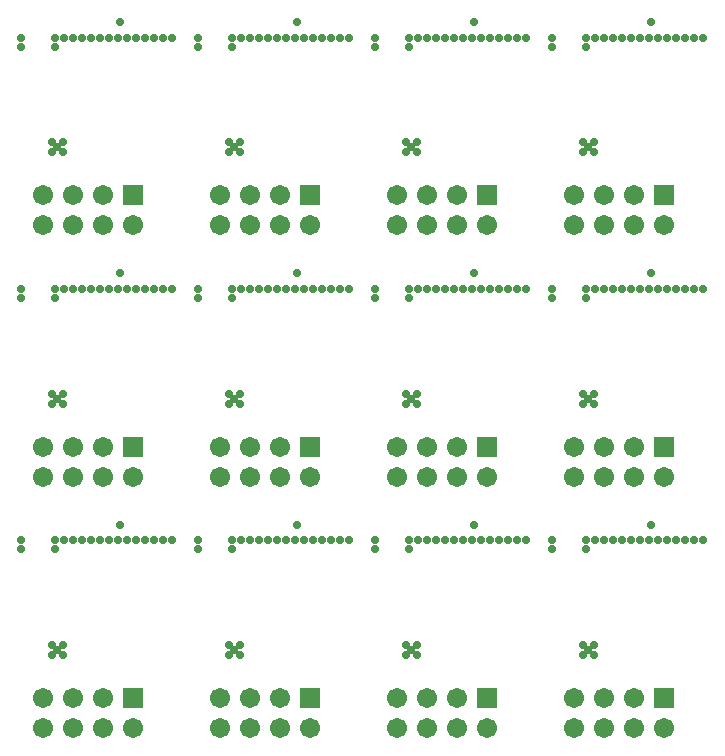
<source format=gbs>
G04*
G04 #@! TF.GenerationSoftware,Altium Limited,Altium Designer,18.1.7 (191)*
G04*
G04 Layer_Color=16711935*
%FSLAX25Y25*%
%MOIN*%
G70*
G01*
G75*
%ADD47C,0.06706*%
%ADD48R,0.06706X0.06706*%
%ADD49C,0.02769*%
D47*
X182150Y178300D02*
D03*
Y188300D02*
D03*
X192150Y178300D02*
D03*
Y188300D02*
D03*
X202150Y178300D02*
D03*
Y188300D02*
D03*
X212150Y178300D02*
D03*
X241150D02*
D03*
Y188300D02*
D03*
X251150Y178300D02*
D03*
Y188300D02*
D03*
X261150Y178300D02*
D03*
Y188300D02*
D03*
X271150Y178300D02*
D03*
X300150D02*
D03*
Y188300D02*
D03*
X310150Y178300D02*
D03*
Y188300D02*
D03*
X320150Y178300D02*
D03*
Y188300D02*
D03*
X330150Y178300D02*
D03*
X359150D02*
D03*
Y188300D02*
D03*
X369150Y178300D02*
D03*
Y188300D02*
D03*
X379150Y178300D02*
D03*
Y188300D02*
D03*
X389150Y178300D02*
D03*
X182150Y262082D02*
D03*
Y272082D02*
D03*
X192150Y262082D02*
D03*
Y272082D02*
D03*
X202150Y262082D02*
D03*
Y272082D02*
D03*
X212150Y262082D02*
D03*
X241150D02*
D03*
Y272082D02*
D03*
X251150Y262082D02*
D03*
Y272082D02*
D03*
X261150Y262082D02*
D03*
Y272082D02*
D03*
X271150Y262082D02*
D03*
X300150D02*
D03*
Y272082D02*
D03*
X310150Y262082D02*
D03*
Y272082D02*
D03*
X320150Y262082D02*
D03*
Y272082D02*
D03*
X330150Y262082D02*
D03*
X359150D02*
D03*
Y272082D02*
D03*
X369150Y262082D02*
D03*
Y272082D02*
D03*
X379150Y262082D02*
D03*
Y272082D02*
D03*
X389150Y262082D02*
D03*
X182150Y345864D02*
D03*
Y355863D02*
D03*
X192150Y345864D02*
D03*
Y355863D02*
D03*
X202150Y345864D02*
D03*
Y355863D02*
D03*
X212150Y345864D02*
D03*
X241150D02*
D03*
Y355863D02*
D03*
X251150Y345864D02*
D03*
Y355863D02*
D03*
X261150Y345864D02*
D03*
Y355863D02*
D03*
X271150Y345864D02*
D03*
X300150D02*
D03*
Y355863D02*
D03*
X310150Y345864D02*
D03*
Y355863D02*
D03*
X320150Y345864D02*
D03*
Y355863D02*
D03*
X330150Y345864D02*
D03*
X359150D02*
D03*
Y355863D02*
D03*
X369150Y345864D02*
D03*
Y355863D02*
D03*
X379150Y345864D02*
D03*
Y355863D02*
D03*
X389150Y345864D02*
D03*
D48*
X212150Y188300D02*
D03*
X271150D02*
D03*
X330150D02*
D03*
X389150D02*
D03*
X212150Y272082D02*
D03*
X271150D02*
D03*
X330150D02*
D03*
X389150D02*
D03*
X212150Y355863D02*
D03*
X271150D02*
D03*
X330150D02*
D03*
X389150D02*
D03*
D49*
X186750Y204300D02*
D03*
X188550Y202600D02*
D03*
Y205950D02*
D03*
X184900D02*
D03*
X185000Y202600D02*
D03*
X225113Y240850D02*
D03*
X222113D02*
D03*
X219113D02*
D03*
X216113D02*
D03*
X213113D02*
D03*
X174813Y237850D02*
D03*
X207563Y246000D02*
D03*
X174813Y240850D02*
D03*
X186113Y237850D02*
D03*
Y240850D02*
D03*
X189113D02*
D03*
X192113D02*
D03*
X195113D02*
D03*
X198113D02*
D03*
X201113D02*
D03*
X204113D02*
D03*
X207113D02*
D03*
X210113D02*
D03*
X245750Y204300D02*
D03*
X247550Y202600D02*
D03*
Y205950D02*
D03*
X243900D02*
D03*
X244000Y202600D02*
D03*
X284113Y240850D02*
D03*
X281113D02*
D03*
X278113D02*
D03*
X275113D02*
D03*
X272113D02*
D03*
X233813Y237850D02*
D03*
X266563Y246000D02*
D03*
X233813Y240850D02*
D03*
X245113Y237850D02*
D03*
Y240850D02*
D03*
X248113D02*
D03*
X251113D02*
D03*
X254113D02*
D03*
X257113D02*
D03*
X260113D02*
D03*
X263113D02*
D03*
X266113D02*
D03*
X269113D02*
D03*
X304750Y204300D02*
D03*
X306550Y202600D02*
D03*
Y205950D02*
D03*
X302900D02*
D03*
X303000Y202600D02*
D03*
X343113Y240850D02*
D03*
X340113D02*
D03*
X337113D02*
D03*
X334113D02*
D03*
X331113D02*
D03*
X292813Y237850D02*
D03*
X325563Y246000D02*
D03*
X292813Y240850D02*
D03*
X304113Y237850D02*
D03*
Y240850D02*
D03*
X307113D02*
D03*
X310113D02*
D03*
X313113D02*
D03*
X316113D02*
D03*
X319113D02*
D03*
X322113D02*
D03*
X325113D02*
D03*
X328113D02*
D03*
X363750Y204300D02*
D03*
X365550Y202600D02*
D03*
Y205950D02*
D03*
X361900D02*
D03*
X362000Y202600D02*
D03*
X402113Y240850D02*
D03*
X399113D02*
D03*
X396113D02*
D03*
X393113D02*
D03*
X390113D02*
D03*
X351813Y237850D02*
D03*
X384563Y246000D02*
D03*
X351813Y240850D02*
D03*
X363113Y237850D02*
D03*
Y240850D02*
D03*
X366113D02*
D03*
X369113D02*
D03*
X372113D02*
D03*
X375113D02*
D03*
X378113D02*
D03*
X381113D02*
D03*
X384113D02*
D03*
X387113D02*
D03*
X186750Y288082D02*
D03*
X188550Y286382D02*
D03*
Y289732D02*
D03*
X184900D02*
D03*
X185000Y286382D02*
D03*
X225113Y324632D02*
D03*
X222113D02*
D03*
X219113D02*
D03*
X216113D02*
D03*
X213113D02*
D03*
X174813Y321632D02*
D03*
X207563Y329782D02*
D03*
X174813Y324632D02*
D03*
X186113Y321632D02*
D03*
Y324632D02*
D03*
X189113D02*
D03*
X192113D02*
D03*
X195113D02*
D03*
X198113D02*
D03*
X201113D02*
D03*
X204113D02*
D03*
X207113D02*
D03*
X210113D02*
D03*
X245750Y288082D02*
D03*
X247550Y286382D02*
D03*
Y289732D02*
D03*
X243900D02*
D03*
X244000Y286382D02*
D03*
X284113Y324632D02*
D03*
X281113D02*
D03*
X278113D02*
D03*
X275113D02*
D03*
X272113D02*
D03*
X233813Y321632D02*
D03*
X266563Y329782D02*
D03*
X233813Y324632D02*
D03*
X245113Y321632D02*
D03*
Y324632D02*
D03*
X248113D02*
D03*
X251113D02*
D03*
X254113D02*
D03*
X257113D02*
D03*
X260113D02*
D03*
X263113D02*
D03*
X266113D02*
D03*
X269113D02*
D03*
X304750Y288082D02*
D03*
X306550Y286382D02*
D03*
Y289732D02*
D03*
X302900D02*
D03*
X303000Y286382D02*
D03*
X343113Y324632D02*
D03*
X340113D02*
D03*
X337113D02*
D03*
X334113D02*
D03*
X331113D02*
D03*
X292813Y321632D02*
D03*
X325563Y329782D02*
D03*
X292813Y324632D02*
D03*
X304113Y321632D02*
D03*
Y324632D02*
D03*
X307113D02*
D03*
X310113D02*
D03*
X313113D02*
D03*
X316113D02*
D03*
X319113D02*
D03*
X322113D02*
D03*
X325113D02*
D03*
X328113D02*
D03*
X363750Y288082D02*
D03*
X365550Y286382D02*
D03*
Y289732D02*
D03*
X361900D02*
D03*
X362000Y286382D02*
D03*
X402113Y324632D02*
D03*
X399113D02*
D03*
X396113D02*
D03*
X393113D02*
D03*
X390113D02*
D03*
X351813Y321632D02*
D03*
X384563Y329782D02*
D03*
X351813Y324632D02*
D03*
X363113Y321632D02*
D03*
Y324632D02*
D03*
X366113D02*
D03*
X369113D02*
D03*
X372113D02*
D03*
X375113D02*
D03*
X378113D02*
D03*
X381113D02*
D03*
X384113D02*
D03*
X387113D02*
D03*
X186750Y371864D02*
D03*
X188550Y370163D02*
D03*
Y373514D02*
D03*
X184900D02*
D03*
X185000Y370163D02*
D03*
X225113Y408414D02*
D03*
X222113D02*
D03*
X219113D02*
D03*
X216113D02*
D03*
X213113D02*
D03*
X174813Y405413D02*
D03*
X207563Y413563D02*
D03*
X174813Y408414D02*
D03*
X186113Y405413D02*
D03*
Y408414D02*
D03*
X189113D02*
D03*
X192113D02*
D03*
X195113D02*
D03*
X198113D02*
D03*
X201113D02*
D03*
X204113D02*
D03*
X207113D02*
D03*
X210113D02*
D03*
X245750Y371864D02*
D03*
X247550Y370163D02*
D03*
Y373514D02*
D03*
X243900D02*
D03*
X244000Y370163D02*
D03*
X284113Y408414D02*
D03*
X281113D02*
D03*
X278113D02*
D03*
X275113D02*
D03*
X272113D02*
D03*
X233813Y405413D02*
D03*
X266563Y413563D02*
D03*
X233813Y408414D02*
D03*
X245113Y405413D02*
D03*
Y408414D02*
D03*
X248113D02*
D03*
X251113D02*
D03*
X254113D02*
D03*
X257113D02*
D03*
X260113D02*
D03*
X263113D02*
D03*
X266113D02*
D03*
X269113D02*
D03*
X304750Y371864D02*
D03*
X306550Y370163D02*
D03*
Y373514D02*
D03*
X302900D02*
D03*
X303000Y370163D02*
D03*
X343113Y408414D02*
D03*
X340113D02*
D03*
X337113D02*
D03*
X334113D02*
D03*
X331113D02*
D03*
X292813Y405413D02*
D03*
X325563Y413563D02*
D03*
X292813Y408414D02*
D03*
X304113Y405413D02*
D03*
Y408414D02*
D03*
X307113D02*
D03*
X310113D02*
D03*
X313113D02*
D03*
X316113D02*
D03*
X319113D02*
D03*
X322113D02*
D03*
X325113D02*
D03*
X328113D02*
D03*
X363750Y371864D02*
D03*
X365550Y370163D02*
D03*
Y373514D02*
D03*
X361900D02*
D03*
X362000Y370163D02*
D03*
X402113Y408414D02*
D03*
X399113D02*
D03*
X396113D02*
D03*
X393113D02*
D03*
X390113D02*
D03*
X351813Y405413D02*
D03*
X384563Y413563D02*
D03*
X351813Y408414D02*
D03*
X363113Y405413D02*
D03*
Y408414D02*
D03*
X366113D02*
D03*
X369113D02*
D03*
X372113D02*
D03*
X375113D02*
D03*
X378113D02*
D03*
X381113D02*
D03*
X384113D02*
D03*
X387113D02*
D03*
M02*

</source>
